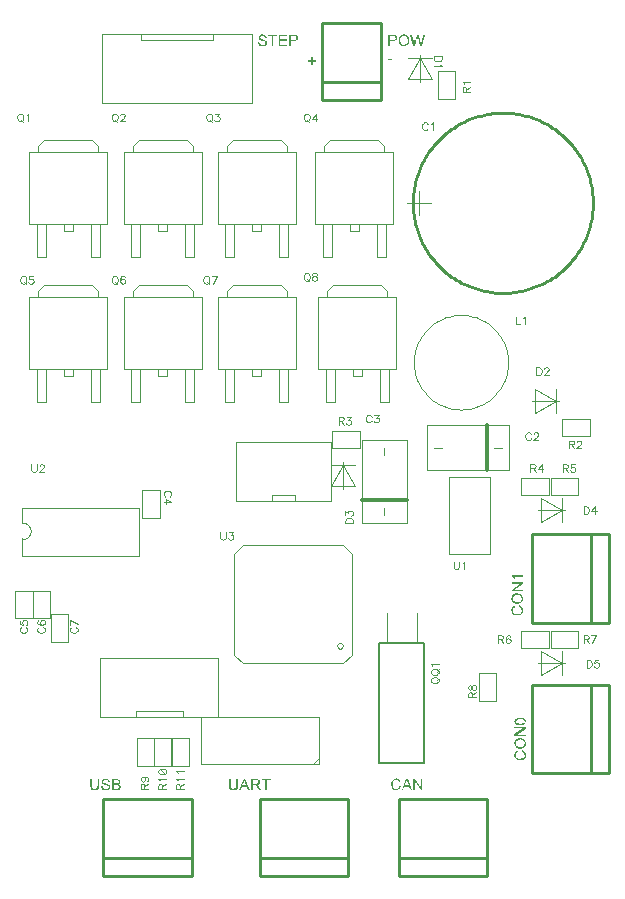
<source format=gts>
G04*
G04  File:            STEP_DIMA1A.GTS, Tue Jun 22 15:40:13 2021*
G04  Source:          P-CAD 2004 PCB, Version 18.04.615, (D:\proj\velograph\snail\pcb\step_dima1a.pcb)*
G04  Format:          Gerber Format (RS-274-D), ASCII*
G04*
G04  Format Options:  Absolute Positioning*
G04                   Leading-Zero Suppression*
G04                   Scale Factor 1:1*
G04                   NO Circular Interpolation*
G04                   Millimeter Units*
G04                   Numeric Format: 5.3 (XXXXX.XXX)*
G04                   G54 NOT Used for Aperture Change*
G04                   Apertures Embedded*
G04*
G04  File Options:    Offset = (0.000mm,0.000mm)*
G04                   Drill Symbol Size = 0.000mm*
G04                   No Pad/Via Holes*
G04*
G04  File Contents:   No Pads*
G04                   No Vias*
G04                   Designators*
G04                   No Types*
G04                   No Values*
G04                   No Drill Symbols*
G04                   Top Silk*
G04*
%INSTEP_DIMA1A.GTS*%
%ICAS*%
%MOMM*%
G04*
G04  Aperture MACROs for general use --- invoked via D-code assignment *
G04*
G04  General MACRO for flashed round with rotation and/or offset hole *
%AMROTOFFROUND*
1,1,$1,0.0000,0.0000*
1,0,$2,$3,$4*%
G04*
G04  General MACRO for flashed oval (obround) with rotation and/or offset hole *
%AMROTOFFOVAL*
21,1,$1,$2,0.0000,0.0000,$3*
1,1,$4,$5,$6*
1,1,$4,0-$5,0-$6*
1,0,$7,$8,$9*%
G04*
G04  General MACRO for flashed oval (obround) with rotation and no hole *
%AMROTOVALNOHOLE*
21,1,$1,$2,0.0000,0.0000,$3*
1,1,$4,$5,$6*
1,1,$4,0-$5,0-$6*%
G04*
G04  General MACRO for flashed rectangle with rotation and/or offset hole *
%AMROTOFFRECT*
21,1,$1,$2,0.0000,0.0000,$3*
1,0,$4,$5,$6*%
G04*
G04  General MACRO for flashed rectangle with rotation and no hole *
%AMROTRECTNOHOLE*
21,1,$1,$2,0.0000,0.0000,$3*%
G04*
G04  General MACRO for flashed rounded-rectangle *
%AMROUNDRECT*
21,1,$1,$2-$4,0.0000,0.0000,$3*
21,1,$1-$4,$2,0.0000,0.0000,$3*
1,1,$4,$5,$6*
1,1,$4,$7,$8*
1,1,$4,0-$5,0-$6*
1,1,$4,0-$7,0-$8*
1,0,$9,$10,$11*%
G04*
G04  General MACRO for flashed rounded-rectangle with rotation and no hole *
%AMROUNDRECTNOHOLE*
21,1,$1,$2-$4,0.0000,0.0000,$3*
21,1,$1-$4,$2,0.0000,0.0000,$3*
1,1,$4,$5,$6*
1,1,$4,$7,$8*
1,1,$4,0-$5,0-$6*
1,1,$4,0-$7,0-$8*%
G04*
G04  General MACRO for flashed regular polygon *
%AMREGPOLY*
5,1,$1,0.0000,0.0000,$2,$3+$4*
1,0,$5,$6,$7*%
G04*
G04  General MACRO for flashed regular polygon with no hole *
%AMREGPOLYNOHOLE*
5,1,$1,0.0000,0.0000,$2,$3+$4*%
G04*
G04  General MACRO for target *
%AMTARGET*
6,0,0,$1,$2,$3,4,$4,$5,$6*%
G04*
G04  General MACRO for mounting hole *
%AMMTHOLE*
1,1,$1,0,0*
1,0,$2,0,0*
$1=$1-$2*
$1=$1/2*
21,1,$2+$1,$3,0,0,$4*
21,1,$3,$2+$1,0,0,$4*%
G04*
G04*
G04  D10 : "Ellipse X0.254mm Y0.254mm H0.000mm 0.0deg (0.000mm,0.000mm) Draw"*
G04  Disc: OuterDia=0.2540*
%ADD10C, 0.2540*%
G04  D11 : "Ellipse X0.025mm Y0.025mm H0.000mm 0.0deg (0.000mm,0.000mm) Draw"*
G04  Disc: OuterDia=0.0254*
%ADD11C, 0.0254*%
G04  D12 : "Ellipse X0.300mm Y0.300mm H0.000mm 0.0deg (0.000mm,0.000mm) Draw"*
G04  Disc: OuterDia=0.3000*
%ADD12C, 0.3000*%
G04  D13 : "Ellipse X0.305mm Y0.305mm H0.000mm 0.0deg (0.000mm,0.000mm) Draw"*
G04  Disc: OuterDia=0.3048*
%ADD13C, 0.3048*%
G04  D14 : "Ellipse X0.310mm Y0.310mm H0.000mm 0.0deg (0.000mm,0.000mm) Draw"*
G04  Disc: OuterDia=0.3100*
%ADD14C, 0.3100*%
G04  D15 : "Ellipse X0.350mm Y0.350mm H0.000mm 0.0deg (0.000mm,0.000mm) Draw"*
G04  Disc: OuterDia=0.3500*
%ADD15C, 0.3500*%
G04  D16 : "Ellipse X0.381mm Y0.381mm H0.000mm 0.0deg (0.000mm,0.000mm) Draw"*
G04  Disc: OuterDia=0.3810*
%ADD16C, 0.3810*%
G04  D17 : "Ellipse X0.500mm Y0.500mm H0.000mm 0.0deg (0.000mm,0.000mm) Draw"*
G04  Disc: OuterDia=0.5000*
%ADD17C, 0.5000*%
G04  D18 : "Ellipse X0.064mm Y0.064mm H0.000mm 0.0deg (0.000mm,0.000mm) Draw"*
G04  Disc: OuterDia=0.0635*
%ADD18C, 0.0635*%
G04  D19 : "Ellipse X0.635mm Y0.635mm H0.000mm 0.0deg (0.000mm,0.000mm) Draw"*
G04  Disc: OuterDia=0.6350*
%ADD19C, 0.6350*%
G04  D20 : "Ellipse X0.700mm Y0.700mm H0.000mm 0.0deg (0.000mm,0.000mm) Draw"*
G04  Disc: OuterDia=0.7000*
%ADD20C, 0.7000*%
G04  D21 : "Ellipse X0.076mm Y0.076mm H0.000mm 0.0deg (0.000mm,0.000mm) Draw"*
G04  Disc: OuterDia=0.0762*
%ADD21C, 0.0762*%
G04  D22 : "Ellipse X0.100mm Y0.100mm H0.000mm 0.0deg (0.000mm,0.000mm) Draw"*
G04  Disc: OuterDia=0.1000*
%ADD22C, 0.1000*%
G04  D23 : "Ellipse X1.000mm Y1.000mm H0.000mm 0.0deg (0.000mm,0.000mm) Draw"*
G04  Disc: OuterDia=1.0000*
%ADD23C, 1.0000*%
G04  D24 : "Ellipse X0.102mm Y0.102mm H0.000mm 0.0deg (0.000mm,0.000mm) Draw"*
G04  Disc: OuterDia=0.1016*
%ADD24C, 0.1016*%
G04  D25 : "Ellipse X0.127mm Y0.127mm H0.000mm 0.0deg (0.000mm,0.000mm) Draw"*
G04  Disc: OuterDia=0.1270*
%ADD25C, 0.1270*%
G04  D26 : "Ellipse X1.300mm Y1.300mm H0.000mm 0.0deg (0.000mm,0.000mm) Draw"*
G04  Disc: OuterDia=1.3000*
%ADD26C, 1.3000*%
G04  D27 : "Ellipse X1.500mm Y1.500mm H0.000mm 0.0deg (0.000mm,0.000mm) Draw"*
G04  Disc: OuterDia=1.5000*
%ADD27C, 1.5000*%
G04  D28 : "Ellipse X0.200mm Y0.200mm H0.000mm 0.0deg (0.000mm,0.000mm) Draw"*
G04  Disc: OuterDia=0.2000*
%ADD28C, 0.2000*%
G04  D29 : "Ellipse X2.000mm Y2.000mm H0.000mm 0.0deg (0.000mm,0.000mm) Draw"*
G04  Disc: OuterDia=2.0000*
%ADD29C, 2.0000*%
G04  D30 : "Ellipse X0.203mm Y0.203mm H0.000mm 0.0deg (0.000mm,0.000mm) Draw"*
G04  Disc: OuterDia=0.2032*
%ADD30C, 0.2032*%
G04  D31 : "Ellipse X0.250mm Y0.250mm H0.000mm 0.0deg (0.000mm,0.000mm) Draw"*
G04  Disc: OuterDia=0.2500*
%ADD31C, 0.2500*%
G04  D32 : "Ellipse X2.602mm Y2.602mm H0.000mm 0.0deg (0.000mm,0.000mm) Flash"*
G04  Disc: OuterDia=2.6020*
%ADD32C, 2.6020*%
G04  D33 : "Ellipse X3.602mm Y3.602mm H0.000mm 0.0deg (0.000mm,0.000mm) Flash"*
G04  Disc: OuterDia=3.6020*
%ADD33C, 3.6020*%
G04  D34 : "Ellipse X1.270mm Y1.270mm H0.000mm 0.0deg (0.000mm,0.000mm) Flash"*
G04  Disc: OuterDia=1.2700*
%ADD34C, 1.2700*%
G04  D35 : "Ellipse X1.372mm Y1.372mm H0.000mm 0.0deg (0.000mm,0.000mm) Flash"*
G04  Disc: OuterDia=1.3720*
%ADD35C, 1.3720*%
G04  D36 : "Ellipse X1.400mm Y1.400mm H0.000mm 0.0deg (0.000mm,0.000mm) Flash"*
G04  Disc: OuterDia=1.4000*
%ADD36C, 1.4000*%
G04  D37 : "Ellipse X1.502mm Y1.502mm H0.000mm 0.0deg (0.000mm,0.000mm) Flash"*
G04  Disc: OuterDia=1.5020*
%ADD37C, 1.5020*%
G04  D38 : "Ellipse X1.600mm Y1.600mm H0.000mm 0.0deg (0.000mm,0.000mm) Flash"*
G04  Disc: OuterDia=1.6000*
%ADD38C, 1.6000*%
G04  D39 : "Ellipse X1.702mm Y1.702mm H0.000mm 0.0deg (0.000mm,0.000mm) Flash"*
G04  Disc: OuterDia=1.7020*
%ADD39C, 1.7020*%
G04  D40 : "Ellipse X1.800mm Y1.800mm H0.000mm 0.0deg (0.000mm,0.000mm) Flash"*
G04  Disc: OuterDia=1.8000*
%ADD40C, 1.8000*%
G04  D41 : "Ellipse X1.902mm Y1.902mm H0.000mm 0.0deg (0.000mm,0.000mm) Flash"*
G04  Disc: OuterDia=1.9020*
%ADD41C, 1.9020*%
G04  D42 : "Ellipse X2.500mm Y2.500mm H0.000mm 0.0deg (0.000mm,0.000mm) Flash"*
G04  Disc: OuterDia=2.5000*
%ADD42C, 2.5000*%
G04  D43 : "Mounting Hole X3.500mm Y3.500mm H0.000mm 0.0deg (0.000mm,0.000mm) Flash"*
G04  Mounting Hole: Diameter=3.5000, Rotation=0.0, LineWidth=0.1270 *
%ADD43MTHOLE, 3.5000 X2.9920 X0.1270 X0.0*%
G04  D44 : "Rectangle X0.300mm Y1.500mm H0.000mm 0.0deg (0.000mm,0.000mm) Flash"*
G04  Rectangular: DimX=0.3000, DimY=1.5000, Rotation=0.0, OffsetX=0.0000, OffsetY=0.0000, HoleDia=0.0000 *
%ADD44R, 0.3000 X1.5000*%
G04  D45 : "Rectangle X1.500mm Y0.300mm H0.000mm 0.0deg (0.000mm,0.000mm) Flash"*
G04  Rectangular: DimX=1.5000, DimY=0.3000, Rotation=0.0, OffsetX=0.0000, OffsetY=0.0000, HoleDia=0.0000 *
%ADD45R, 1.5000 X0.3000*%
G04  D46 : "Rectangle X4.600mm Y2.800mm H0.000mm 0.0deg (0.000mm,0.000mm) Flash"*
G04  Rectangular: DimX=4.6000, DimY=2.8000, Rotation=0.0, OffsetX=0.0000, OffsetY=0.0000, HoleDia=0.0000 *
%ADD46R, 4.6000 X2.8000*%
G04  D47 : "Rectangle X4.700mm Y2.900mm H0.000mm 0.0deg (0.000mm,0.000mm) Flash"*
G04  Rectangular: DimX=4.7000, DimY=2.9000, Rotation=0.0, OffsetX=0.0000, OffsetY=0.0000, HoleDia=0.0000 *
%ADD47R, 4.7000 X2.9000*%
G04  D48 : "Rectangle X4.800mm Y3.000mm H0.000mm 0.0deg (0.000mm,0.000mm) Flash"*
G04  Rectangular: DimX=4.8000, DimY=3.0000, Rotation=0.0, OffsetX=0.0000, OffsetY=0.0000, HoleDia=0.0000 *
%ADD48R, 4.8000 X3.0000*%
G04  D49 : "Rectangle X7.500mm Y3.000mm H0.000mm 0.0deg (0.000mm,0.000mm) Flash"*
G04  Rectangular: DimX=7.5000, DimY=3.0000, Rotation=0.0, OffsetX=0.0000, OffsetY=0.0000, HoleDia=0.0000 *
%ADD49R, 7.5000 X3.0000*%
G04  D50 : "Rectangle X7.602mm Y3.102mm H0.000mm 0.0deg (0.000mm,0.000mm) Flash"*
G04  Rectangular: DimX=7.6020, DimY=3.1020, Rotation=0.0, OffsetX=0.0000, OffsetY=0.0000, HoleDia=0.0000 *
%ADD50R, 7.6020 X3.1020*%
G04  D51 : "Rectangle X1.400mm Y3.500mm H0.000mm 0.0deg (0.000mm,0.000mm) Flash"*
G04  Rectangular: DimX=1.4000, DimY=3.5000, Rotation=0.0, OffsetX=0.0000, OffsetY=0.0000, HoleDia=0.0000 *
%ADD51R, 1.4000 X3.5000*%
G04  D52 : "Rectangle X1.502mm Y3.602mm H0.000mm 0.0deg (0.000mm,0.000mm) Flash"*
G04  Rectangular: DimX=1.5020, DimY=3.6020, Rotation=0.0, OffsetX=0.0000, OffsetY=0.0000, HoleDia=0.0000 *
%ADD52R, 1.5020 X3.6020*%
G04  D53 : "Rectangle X0.402mm Y1.602mm H0.000mm 0.0deg (0.000mm,0.000mm) Flash"*
G04  Rectangular: DimX=0.4020, DimY=1.6020, Rotation=0.0, OffsetX=0.0000, OffsetY=0.0000, HoleDia=0.0000 *
%ADD53R, 0.4020 X1.6020*%
G04  D54 : "Rectangle X1.602mm Y0.402mm H0.000mm 0.0deg (0.000mm,0.000mm) Flash"*
G04  Rectangular: DimX=1.6020, DimY=0.4020, Rotation=0.0, OffsetX=0.0000, OffsetY=0.0000, HoleDia=0.0000 *
%ADD54R, 1.6020 X0.4020*%
G04  D55 : "Rectangle X5.080mm Y5.080mm H0.000mm 0.0deg (0.000mm,0.000mm) Flash"*
G04  Square: Side=5.0800, Rotation=0.0, OffsetX=0.0000, OffsetY=0.0000, HoleDia=0.0000*
%ADD55R, 5.0800 X5.0800*%
G04  D56 : "Rectangle X5.182mm Y5.182mm H0.000mm 0.0deg (0.000mm,0.000mm) Flash"*
G04  Square: Side=5.1820, Rotation=0.0, OffsetX=0.0000, OffsetY=0.0000, HoleDia=0.0000*
%ADD56R, 5.1820 X5.1820*%
G04  D57 : "Rectangle X0.600mm Y0.900mm H0.000mm 0.0deg (0.000mm,0.000mm) Flash"*
G04  Rectangular: DimX=0.6000, DimY=0.9000, Rotation=0.0, OffsetX=0.0000, OffsetY=0.0000, HoleDia=0.0000 *
%ADD57R, 0.6000 X0.9000*%
G04  D58 : "Rectangle X0.900mm Y0.600mm H0.000mm 0.0deg (0.000mm,0.000mm) Flash"*
G04  Rectangular: DimX=0.9000, DimY=0.6000, Rotation=0.0, OffsetX=0.0000, OffsetY=0.0000, HoleDia=0.0000 *
%ADD58R, 0.9000 X0.6000*%
G04  D59 : "Rectangle X0.650mm Y1.310mm H0.000mm 0.0deg (0.000mm,0.000mm) Flash"*
G04  Rectangular: DimX=0.6500, DimY=1.3100, Rotation=0.0, OffsetX=0.0000, OffsetY=0.0000, HoleDia=0.0000 *
%ADD59R, 0.6500 X1.3100*%
G04  D60 : "Rectangle X0.702mm Y1.002mm H0.000mm 0.0deg (0.000mm,0.000mm) Flash"*
G04  Rectangular: DimX=0.7020, DimY=1.0020, Rotation=0.0, OffsetX=0.0000, OffsetY=0.0000, HoleDia=0.0000 *
%ADD60R, 0.7020 X1.0020*%
G04  D61 : "Rectangle X1.002mm Y0.702mm H0.000mm 0.0deg (0.000mm,0.000mm) Flash"*
G04  Rectangular: DimX=1.0020, DimY=0.7020, Rotation=0.0, OffsetX=0.0000, OffsetY=0.0000, HoleDia=0.0000 *
%ADD61R, 1.0020 X0.7020*%
G04  D62 : "Rectangle X0.752mm Y1.412mm H0.000mm 0.0deg (0.000mm,0.000mm) Flash"*
G04  Rectangular: DimX=0.7520, DimY=1.4120, Rotation=0.0, OffsetX=0.0000, OffsetY=0.0000, HoleDia=0.0000 *
%ADD62R, 0.7520 X1.4120*%
G04  D63 : "Rectangle X1.220mm Y0.910mm H0.000mm 0.0deg (0.000mm,0.000mm) Flash"*
G04  Rectangular: DimX=1.2200, DimY=0.9100, Rotation=0.0, OffsetX=0.0000, OffsetY=0.0000, HoleDia=0.0000 *
%ADD63R, 1.2200 X0.9100*%
G04  D64 : "Rectangle X0.950mm Y1.100mm H0.000mm 0.0deg (0.000mm,0.000mm) Flash"*
G04  Rectangular: DimX=0.9500, DimY=1.1000, Rotation=0.0, OffsetX=0.0000, OffsetY=0.0000, HoleDia=0.0000 *
%ADD64R, 0.9500 X1.1000*%
G04  D65 : "Rectangle X1.322mm Y1.012mm H0.000mm 0.0deg (0.000mm,0.000mm) Flash"*
G04  Rectangular: DimX=1.3220, DimY=1.0120, Rotation=0.0, OffsetX=0.0000, OffsetY=0.0000, HoleDia=0.0000 *
%ADD65R, 1.3220 X1.0120*%
G04  D66 : "Rectangle X1.052mm Y1.202mm H0.000mm 0.0deg (0.000mm,0.000mm) Flash"*
G04  Rectangular: DimX=1.0520, DimY=1.2020, Rotation=0.0, OffsetX=0.0000, OffsetY=0.0000, HoleDia=0.0000 *
%ADD66R, 1.0520 X1.2020*%
G04  D67 : "Rectangle X1.600mm Y1.100mm H0.000mm 0.0deg (0.000mm,0.000mm) Flash"*
G04  Rectangular: DimX=1.6000, DimY=1.1000, Rotation=0.0, OffsetX=0.0000, OffsetY=0.0000, HoleDia=0.0000 *
%ADD67R, 1.6000 X1.1000*%
G04  D68 : "Rectangle X1.400mm Y1.200mm H0.000mm 0.0deg (0.000mm,0.000mm) Flash"*
G04  Rectangular: DimX=1.4000, DimY=1.2000, Rotation=0.0, OffsetX=0.0000, OffsetY=0.0000, HoleDia=0.0000 *
%ADD68R, 1.4000 X1.2000*%
G04  D69 : "Rectangle X1.702mm Y1.202mm H0.000mm 0.0deg (0.000mm,0.000mm) Flash"*
G04  Rectangular: DimX=1.7020, DimY=1.2020, Rotation=0.0, OffsetX=0.0000, OffsetY=0.0000, HoleDia=0.0000 *
%ADD69R, 1.7020 X1.2020*%
G04  D70 : "Rectangle X1.502mm Y1.302mm H0.000mm 0.0deg (0.000mm,0.000mm) Flash"*
G04  Rectangular: DimX=1.5020, DimY=1.3020, Rotation=0.0, OffsetX=0.0000, OffsetY=0.0000, HoleDia=0.0000 *
%ADD70R, 1.5020 X1.3020*%
G04  D71 : "Rectangle X1.500mm Y1.800mm H0.000mm 0.0deg (0.000mm,0.000mm) Flash"*
G04  Rectangular: DimX=1.5000, DimY=1.8000, Rotation=0.0, OffsetX=0.0000, OffsetY=0.0000, HoleDia=0.0000 *
%ADD71R, 1.5000 X1.8000*%
G04  D72 : "Rectangle X1.800mm Y1.500mm H0.000mm 0.0deg (0.000mm,0.000mm) Flash"*
G04  Rectangular: DimX=1.8000, DimY=1.5000, Rotation=0.0, OffsetX=0.0000, OffsetY=0.0000, HoleDia=0.0000 *
%ADD72R, 1.8000 X1.5000*%
G04  D73 : "Rectangle X1.600mm Y1.350mm H0.000mm 0.0deg (0.000mm,0.000mm) Flash"*
G04  Rectangular: DimX=1.6000, DimY=1.3500, Rotation=0.0, OffsetX=0.0000, OffsetY=0.0000, HoleDia=0.0000 *
%ADD73R, 1.6000 X1.3500*%
G04  D74 : "Rectangle X1.602mm Y1.902mm H0.000mm 0.0deg (0.000mm,0.000mm) Flash"*
G04  Rectangular: DimX=1.6020, DimY=1.9020, Rotation=0.0, OffsetX=0.0000, OffsetY=0.0000, HoleDia=0.0000 *
%ADD74R, 1.6020 X1.9020*%
G04  D75 : "Rectangle X1.902mm Y1.602mm H0.000mm 0.0deg (0.000mm,0.000mm) Flash"*
G04  Rectangular: DimX=1.9020, DimY=1.6020, Rotation=0.0, OffsetX=0.0000, OffsetY=0.0000, HoleDia=0.0000 *
%ADD75R, 1.9020 X1.6020*%
G04  D76 : "Rectangle X1.702mm Y1.452mm H0.000mm 0.0deg (0.000mm,0.000mm) Flash"*
G04  Rectangular: DimX=1.7020, DimY=1.4520, Rotation=0.0, OffsetX=0.0000, OffsetY=0.0000, HoleDia=0.0000 *
%ADD76R, 1.7020 X1.4520*%
G04  D77 : "Rectangle X1.778mm Y3.175mm H0.000mm 0.0deg (0.000mm,0.000mm) Flash"*
G04  Rectangular: DimX=1.7780, DimY=3.1750, Rotation=0.0, OffsetX=0.0000, OffsetY=0.0000, HoleDia=0.0000 *
%ADD77R, 1.7780 X3.1750*%
G04  D78 : "Rectangle X1.800mm Y1.800mm H0.000mm 0.0deg (0.000mm,0.000mm) Flash"*
G04  Square: Side=1.8000, Rotation=0.0, OffsetX=0.0000, OffsetY=0.0000, HoleDia=0.0000*
%ADD78R, 1.8000 X1.8000*%
G04  D79 : "Rectangle X1.880mm Y3.277mm H0.000mm 0.0deg (0.000mm,0.000mm) Flash"*
G04  Rectangular: DimX=1.8800, DimY=3.2770, Rotation=0.0, OffsetX=0.0000, OffsetY=0.0000, HoleDia=0.0000 *
%ADD79R, 1.8800 X3.2770*%
G04  D80 : "Rectangle X0.200mm Y1.900mm H0.000mm 0.0deg (0.000mm,0.000mm) Flash"*
G04  Rectangular: DimX=0.2000, DimY=1.9000, Rotation=0.0, OffsetX=0.0000, OffsetY=0.0000, HoleDia=0.0000 *
%ADD80R, 0.2000 X1.9000*%
G04  D81 : "Rectangle X1.902mm Y1.902mm H0.000mm 0.0deg (0.000mm,0.000mm) Flash"*
G04  Square: Side=1.9020, Rotation=0.0, OffsetX=0.0000, OffsetY=0.0000, HoleDia=0.0000*
%ADD81R, 1.9020 X1.9020*%
G04  D82 : "Rectangle X0.300mm Y2.000mm H0.000mm 0.0deg (0.000mm,0.000mm) Flash"*
G04  Rectangular: DimX=0.3000, DimY=2.0000, Rotation=0.0, OffsetX=0.0000, OffsetY=0.0000, HoleDia=0.0000 *
%ADD82R, 0.3000 X2.0000*%
G04  D83 : "Rectangle X2.000mm Y4.000mm H0.000mm 0.0deg (0.000mm,0.000mm) Flash"*
G04  Rectangular: DimX=2.0000, DimY=4.0000, Rotation=0.0, OffsetX=0.0000, OffsetY=0.0000, HoleDia=0.0000 *
%ADD83R, 2.0000 X4.0000*%
G04  D84 : "Rectangle X4.000mm Y2.000mm H0.000mm 0.0deg (0.000mm,0.000mm) Flash"*
G04  Rectangular: DimX=4.0000, DimY=2.0000, Rotation=0.0, OffsetX=0.0000, OffsetY=0.0000, HoleDia=0.0000 *
%ADD84R, 4.0000 X2.0000*%
G04  D85 : "Rectangle X0.400mm Y2.100mm H0.000mm 0.0deg (0.000mm,0.000mm) Flash"*
G04  Rectangular: DimX=0.4000, DimY=2.1000, Rotation=0.0, OffsetX=0.0000, OffsetY=0.0000, HoleDia=0.0000 *
%ADD85R, 0.4000 X2.1000*%
G04  D86 : "Rectangle X2.102mm Y4.102mm H0.000mm 0.0deg (0.000mm,0.000mm) Flash"*
G04  Rectangular: DimX=2.1020, DimY=4.1020, Rotation=0.0, OffsetX=0.0000, OffsetY=0.0000, HoleDia=0.0000 *
%ADD86R, 2.1020 X4.1020*%
G04  D87 : "Rectangle X4.102mm Y2.102mm H0.000mm 0.0deg (0.000mm,0.000mm) Flash"*
G04  Rectangular: DimX=4.1020, DimY=2.1020, Rotation=0.0, OffsetX=0.0000, OffsetY=0.0000, HoleDia=0.0000 *
%ADD87R, 4.1020 X2.1020*%
G04  D88 : "Ellipse X0.600mm Y0.600mm H0.000mm 0.0deg (0.000mm,0.000mm) Flash"*
G04  Disc: OuterDia=0.6000*
%ADD88C, 0.6000*%
G04  D89 : "Ellipse X0.702mm Y0.702mm H0.000mm 0.0deg (0.000mm,0.000mm) Flash"*
G04  Disc: OuterDia=0.7020*
%ADD89C, 0.7020*%
G04*
%FSLAX53Y53*%
%SFA1B1*%
%OFA0.000B0.000*%
G04*
G71*
G90*
G01*
D2*
%LNTop Silk*%
D10*
D22*
X384475Y385325*
X383025D1*
Y387675D2*
X384475D1*
Y385325*
X383025D2*
Y387675D1*
X384781Y386562D2*
X384718Y386531D1*
X384656Y386468*
X384625Y386406*
Y386281*
X384656Y386218*
X384718Y386156*
X384781Y386125*
X384875Y386093*
X385031*
X385125Y386125*
X385187Y386156*
X385250Y386218*
X385281Y386281*
Y386406*
X385250Y386468*
X385187Y386531*
X385125Y386562*
X385281Y386875D2*
X384625Y387187D1*
Y386750*
D2*
D25*
D22*
X417225Y431325*
X415775D1*
Y433675D2*
X417225D1*
Y431325*
X415775D2*
Y433675D1*
X418187Y431875D2*
Y432156D1*
X418156Y432250*
X418125Y432281*
X418062Y432312*
X418000*
X417937Y432281*
X417906Y432250*
X417875Y432156*
Y431875*
X418531*
X418187Y432093D2*
X418531Y432312D1*
X418000Y432593D2*
X417968Y432656D1*
X417875Y432750*
X418531*
X422825Y384775D2*
Y386225D1*
X425175D2*
Y384775D1*
X422825*
Y386225D2*
X425175D1*
X420875Y385562D2*
X421156D1*
X421250Y385593*
X421281Y385625*
X421312Y385687*
Y385750*
X421281Y385812*
X421250Y385843*
X421156Y385875*
X420875*
Y385218*
X421093Y385562D2*
X421312Y385218D1*
X421906Y385781D2*
X421875Y385843D1*
X421781Y385875*
X421718*
X421625Y385843*
X421562Y385750*
X421531Y385593*
Y385437*
X421562Y385312*
X421625Y385250*
X421718Y385218*
X421750*
X421843Y385250*
X421906Y385312*
X421937Y385406*
Y385437*
X421906Y385531*
X421843Y385593*
X421750Y385625*
X421718*
X421625Y385593*
X421562Y385531*
X421531Y385437*
X425175Y399225D2*
Y397775D1*
X422825D2*
Y399225D1*
X425175*
Y397775D2*
X422825D1*
X423625Y400062D2*
X423906D1*
X424000Y400093*
X424031Y400125*
X424062Y400187*
Y400250*
X424031Y400312*
X424000Y400343*
X423906Y400375*
X423625*
Y399718*
X423843Y400062D2*
X424062Y399718D1*
X424562D2*
Y400375D1*
X424250Y399937*
X424718*
X390775Y398175D2*
X392225D1*
Y395825D2*
X390775D1*
Y398175*
X392225D2*
Y395825D1*
X393068Y397637D2*
X393131Y397668D1*
X393193Y397731*
X393225Y397793*
Y397918*
X393193Y397981*
X393131Y398043*
X393068Y398075*
X392975Y398106*
X392818*
X392725Y398075*
X392662Y398043*
X392600Y397981*
X392568Y397918*
Y397793*
X392600Y397731*
X392662Y397668*
X392725Y397637*
X392568Y397137D2*
X393225D1*
X392787Y397450*
Y396981*
X391725Y374825D2*
X390275D1*
Y377175D2*
X391725D1*
Y374825*
X390275D2*
Y377175D1*
X390937Y372875D2*
Y373156D1*
X390906Y373250*
X390875Y373281*
X390812Y373312*
X390750*
X390687Y373281*
X390656Y373250*
X390625Y373156*
Y372875*
X391281*
X390937Y373093D2*
X391281Y373312D1*
X390843Y373906D2*
X390937Y373875D1*
X391000Y373812*
X391031Y373718*
Y373687*
X391000Y373593*
X390937Y373531*
X390843Y373500*
X390812*
X390718Y373531*
X390656Y373593*
X390625Y373687*
Y373718*
X390656Y373812*
X390718Y373875*
X390843Y373906*
X391000*
X391156Y373875*
X391250Y373812*
X391281Y373718*
Y373656*
X391250Y373562*
X391187Y373531*
X393225Y374825D2*
X391775D1*
Y377175D2*
X393225D1*
Y374825*
X391775D2*
Y377175D1*
X392437Y372875D2*
Y373156D1*
X392406Y373250*
X392375Y373281*
X392312Y373312*
X392250*
X392187Y373281*
X392156Y373250*
X392125Y373156*
Y372875*
X392781*
X392437Y373093D2*
X392781Y373312D1*
X392250Y373593D2*
X392218Y373656D1*
X392125Y373750*
X392781*
X392125Y374312D2*
X392156Y374218D1*
X392250Y374156*
X392406Y374125*
X392500*
X392656Y374156*
X392750Y374218*
X392781Y374312*
Y374375*
X392750Y374468*
X392656Y374531*
X392500Y374562*
X392406*
X392250Y374531*
X392156Y374468*
X392125Y374375*
Y374312*
X392250Y374531D2*
X392656Y374156D1*
X394725Y374825D2*
X393275D1*
Y377175D2*
X394725D1*
Y374825*
X393275D2*
Y377175D1*
X393937Y372875D2*
Y373156D1*
X393906Y373250*
X393875Y373281*
X393812Y373312*
X393750*
X393687Y373281*
X393656Y373250*
X393625Y373156*
Y372875*
X394281*
X393937Y373093D2*
X394281Y373312D1*
X393750Y373593D2*
X393718Y373656D1*
X393625Y373750*
X394281*
X393750Y374218D2*
X393718Y374281D1*
X393625Y374375*
X394281*
D2*
D25*
D22*
X409175Y403225*
Y401775D1*
X406825D2*
Y403225D1*
X409175*
Y401775D2*
X406825D1*
X407375Y404062D2*
X407656D1*
X407750Y404093*
X407781Y404125*
X407812Y404187*
Y404250*
X407781Y404312*
X407750Y404343*
X407656Y404375*
X407375*
Y403718*
X407593Y404062D2*
X407812Y403718D1*
X408062Y404375D2*
X408406D1*
X408218Y404125*
X408312*
X408375Y404093*
X408406Y404062*
X408437Y403968*
Y403906*
X408406Y403812*
X408343Y403750*
X408250Y403718*
X408156*
X408062Y403750*
X408031Y403781*
X408000Y403843*
D2*
D10*
X410960Y437750*
Y431250D1*
X405960Y437750D2*
Y431250D1*
X410960Y437750D2*
X405960D1*
X410960Y431250D2*
X405960D1*
X410960Y432750D2*
X405960D1*
D2*
D22*
X415266Y434766*
X413234D1*
X415266Y432988D2*
X413234D1*
X414250Y434766*
X415266Y432988*
X414250Y435020D2*
Y432734D1*
X416122Y434924D2*
X415466D1*
Y434706*
X415497Y434612*
X415560Y434549*
X415622Y434518*
X415716Y434487*
X415872*
X415966Y434518*
X416028Y434549*
X416091Y434612*
X416122Y434706*
Y434924*
X415997Y434206D2*
X416028Y434143D1*
X416122Y434049*
X415466*
X408766Y400266D2*
X406734D1*
X408766Y398488D2*
X406734D1*
X407750Y400266*
X408766Y398488*
X407750Y400520D2*
Y398234D1*
X407937Y395375D2*
X408593D1*
Y395593*
X408562Y395687*
X408500Y395750*
X408437Y395781*
X408343Y395812*
X408187*
X408093Y395781*
X408031Y395750*
X407968Y395687*
X407937Y395593*
Y395375*
Y396062D2*
Y396406D1*
X408187Y396218*
Y396312*
X408218Y396375*
X408250Y396406*
X408343Y396437*
X408406*
X408500Y396406*
X408562Y396343*
X408593Y396250*
Y396156*
X408562Y396062*
X408531Y396031*
X408468Y396000*
X426266Y382484D2*
Y384516D1*
X424488Y382484D2*
Y384516D1*
X426266Y383500*
X424488Y382484*
X426520Y383500D2*
X424234D1*
X428375Y383812D2*
Y383156D1*
X428593*
X428687Y383187*
X428750Y383250*
X428781Y383312*
X428812Y383406*
Y383562*
X428781Y383656*
X428750Y383718*
X428687Y383781*
X428593Y383812*
X428375*
X429375D2*
X429062D1*
X429031Y383531*
X429062Y383562*
X429156Y383593*
X429250*
X429343Y383562*
X429406Y383500*
X429437Y383406*
Y383343*
X429406Y383250*
X429343Y383187*
X429250Y383156*
X429156*
X429062Y383187*
X429031Y383218*
X429000Y383281*
X425325Y384775D2*
Y386225D1*
X427675D2*
Y384775D1*
X425325*
Y386225D2*
X427675D1*
X428125Y385562D2*
X428406D1*
X428500Y385593*
X428531Y385625*
X428562Y385687*
Y385750*
X428531Y385812*
X428500Y385843*
X428406Y385875*
X428125*
Y385218*
X428343Y385562D2*
X428562Y385218D1*
X428875D2*
X429187Y385875D1*
X428750*
X425325Y397775D2*
Y399225D1*
X427675D2*
Y397775D1*
X425325*
Y399225D2*
X427675D1*
X426375Y400062D2*
X426656D1*
X426750Y400093*
X426781Y400125*
X426812Y400187*
Y400250*
X426781Y400312*
X426750Y400343*
X426656Y400375*
X426375*
Y399718*
X426593Y400062D2*
X426812Y399718D1*
X427375Y400375D2*
X427062D1*
X427031Y400093*
X427062Y400125*
X427156Y400156*
X427250*
X427343Y400125*
X427406Y400062*
X427437Y399968*
Y399906*
X427406Y399812*
X427343Y399750*
X427250Y399718*
X427156*
X427062Y399750*
X427031Y399781*
X427000Y399843*
D2*
D24*
X415500Y401750*
X416135D1*
D2*
D21*
X414865Y403655*
Y399845D1*
D2*
D13*
X419945Y403655*
Y399845D1*
D2*
D24*
X420580Y401750*
X421215D1*
D2*
D21*
X421850Y399845*
Y403655D1*
X414865Y399845D2*
X421850D1*
Y403655D2*
X414865D1*
D2*
D22*
X423671Y402906*
X423640Y402968D1*
X423578Y403031*
X423515Y403062*
X423390*
X423328Y403031*
X423265Y402968*
X423234Y402906*
X423203Y402812*
Y402656*
X423234Y402562*
X423265Y402500*
X423328Y402437*
X423390Y402406*
X423515*
X423578Y402437*
X423640Y402500*
X423671Y402562*
X423890Y402906D2*
Y402937D1*
X423921Y403000*
X423953Y403031*
X424015Y403062*
X424140*
X424203Y403031*
X424234Y403000*
X424265Y402937*
Y402875*
X424234Y402812*
X424171Y402718*
X423859Y402406*
X424296*
X425766Y404734D2*
Y406766D1*
X423988Y404734D2*
Y406766D1*
X425766Y405750*
X423988Y404734*
X426020Y405750D2*
X423734D1*
X424125Y408562D2*
Y407906D1*
X424343*
X424437Y407937*
X424500Y408000*
X424531Y408062*
X424562Y408156*
Y408312*
X424531Y408406*
X424500Y408468*
X424437Y408531*
X424343Y408562*
X424125*
X424781Y408406D2*
Y408437D1*
X424812Y408500*
X424843Y408531*
X424906Y408562*
X425031*
X425093Y408531*
X425125Y408500*
X425156Y408437*
Y408375*
X425125Y408312*
X425062Y408218*
X424750Y407906*
X425187*
X381475Y387325D2*
X380025D1*
Y389675D2*
X381475D1*
Y387325*
X380025D2*
Y389675D1*
X380531Y386562D2*
X380468Y386531D1*
X380406Y386468*
X380375Y386406*
Y386281*
X380406Y386218*
X380468Y386156*
X380531Y386125*
X380625Y386093*
X380781*
X380875Y386125*
X380937Y386156*
X381000Y386218*
X381031Y386281*
Y386406*
X381000Y386468*
X380937Y386531*
X380875Y386562*
X380375Y387125D2*
Y386812D1*
X380656Y386781*
X380625Y386812*
X380593Y386906*
Y387000*
X380625Y387093*
X380687Y387156*
X380781Y387187*
X380843*
X380937Y387156*
X381000Y387093*
X381031Y387000*
Y386906*
X381000Y386812*
X380968Y386781*
X380906Y386750*
X382975Y387325D2*
X381525D1*
Y389675D2*
X382975D1*
Y387325*
X381525D2*
Y389675D1*
X382031Y386562D2*
X381968Y386531D1*
X381906Y386468*
X381875Y386406*
Y386281*
X381906Y386218*
X381968Y386156*
X382031Y386125*
X382125Y386093*
X382281*
X382375Y386125*
X382437Y386156*
X382500Y386218*
X382531Y386281*
Y386406*
X382500Y386468*
X382437Y386531*
X382375Y386562*
X381968Y387156D2*
X381906Y387125D1*
X381875Y387031*
Y386968*
X381906Y386875*
X382000Y386812*
X382156Y386781*
X382312*
X382437Y386812*
X382500Y386875*
X382531Y386968*
Y387000*
X382500Y387093*
X382437Y387156*
X382343Y387187*
X382312*
X382218Y387156*
X382156Y387093*
X382125Y387000*
Y386968*
X382156Y386875*
X382218Y386812*
X382312Y386781*
X390210Y379000D2*
Y379500D1*
X394210D2*
Y379000D1*
X387210Y384000D2*
Y379000D1*
X397210D2*
Y384000D1*
X390210Y379500D2*
X394210D1*
X387210Y379000D2*
X397210D1*
Y384000D2*
X387210D1*
D2*
D11*
X384092Y420081*
Y420716D1*
X382568D2*
Y417922D1*
X381806*
Y420716*
X381933Y426812D2*
Y427320D1*
X382441Y427828*
X384854Y420716D2*
Y420081D1*
X387140Y420716D2*
Y417922D1*
X386378*
Y420716*
X386505Y427828D2*
X387013Y427320D1*
Y426812*
X381171D2*
Y420716D1*
X387775D2*
Y426812D1*
X384854Y420081D2*
X384092D1*
X381171Y420716D2*
X387775D1*
X382441Y427828D2*
X386505D1*
X387775Y426812D2*
X381171D1*
D2*
D22*
X380375Y430062*
X380312Y430031D1*
X380250Y429968*
X380218Y429906*
X380187Y429812*
Y429656*
X380218Y429562*
X380250Y429500*
X380312Y429437*
X380375Y429406*
X380500*
X380562Y429437*
X380625Y429500*
X380656Y429562*
X380687Y429656*
Y429812*
X380656Y429906*
X380625Y429968*
X380562Y430031*
X380500Y430062*
X380375*
X380468Y429531D2*
X380656Y429343D1*
X380968Y429937D2*
X381031Y429968D1*
X381125Y430062*
Y429406*
D2*
D11*
X392092Y420081*
Y420716D1*
X390568D2*
Y417922D1*
X389806*
Y420716*
X389933Y426812D2*
Y427320D1*
X390441Y427828*
X392854Y420716D2*
Y420081D1*
X395140Y420716D2*
Y417922D1*
X394378*
Y420716*
X394505Y427828D2*
X395013Y427320D1*
Y426812*
X389171D2*
Y420716D1*
X395775D2*
Y426812D1*
X392854Y420081D2*
X392092D1*
X389171Y420716D2*
X395775D1*
X390441Y427828D2*
X394505D1*
X395775Y426812D2*
X389171D1*
D2*
D22*
X388375Y430062*
X388312Y430031D1*
X388250Y429968*
X388218Y429906*
X388187Y429812*
Y429656*
X388218Y429562*
X388250Y429500*
X388312Y429437*
X388375Y429406*
X388500*
X388562Y429437*
X388625Y429500*
X388656Y429562*
X388687Y429656*
Y429812*
X388656Y429906*
X388625Y429968*
X388562Y430031*
X388500Y430062*
X388375*
X388468Y429531D2*
X388656Y429343D1*
X388906Y429906D2*
Y429937D1*
X388937Y430000*
X388968Y430031*
X389031Y430062*
X389156*
X389218Y430031*
X389250Y430000*
X389281Y429937*
Y429875*
X389250Y429812*
X389187Y429718*
X388875Y429406*
X389312*
D2*
D11*
X384092Y407831*
Y408466D1*
X382568D2*
Y405672D1*
X381806*
Y408466*
X381933Y414562D2*
Y415070D1*
X382441Y415578*
X384854Y408466D2*
Y407831D1*
X387140Y408466D2*
Y405672D1*
X386378*
Y408466*
X386505Y415578D2*
X387013Y415070D1*
Y414562*
X381171D2*
Y408466D1*
X387775D2*
Y414562D1*
X384854Y407831D2*
X384092D1*
X381171Y408466D2*
X387775D1*
X382441Y415578D2*
X386505D1*
X387775Y414562D2*
X381171D1*
D2*
D22*
X380625Y416312*
X380562Y416281D1*
X380500Y416218*
X380468Y416156*
X380437Y416062*
Y415906*
X380468Y415812*
X380500Y415750*
X380562Y415687*
X380625Y415656*
X380750*
X380812Y415687*
X380875Y415750*
X380906Y415812*
X380937Y415906*
Y416062*
X380906Y416156*
X380875Y416218*
X380812Y416281*
X380750Y416312*
X380625*
X380718Y415781D2*
X380906Y415593D1*
X381500Y416312D2*
X381187D1*
X381156Y416031*
X381187Y416062*
X381281Y416093*
X381375*
X381468Y416062*
X381531Y416000*
X381562Y415906*
Y415843*
X381531Y415750*
X381468Y415687*
X381375Y415656*
X381281*
X381187Y415687*
X381156Y415718*
X381125Y415781*
D2*
D11*
X392092Y407831*
Y408466D1*
X390568D2*
Y405672D1*
X389806*
Y408466*
X389933Y414562D2*
Y415070D1*
X390441Y415578*
X392854Y408466D2*
Y407831D1*
X395140Y408466D2*
Y405672D1*
X394378*
Y408466*
X394505Y415578D2*
X395013Y415070D1*
Y414562*
X389171D2*
Y408466D1*
X395775D2*
Y414562D1*
X392854Y407831D2*
X392092D1*
X389171Y408466D2*
X395775D1*
X390441Y415578D2*
X394505D1*
X395775Y414562D2*
X389171D1*
D2*
D22*
X388375Y416312*
X388312Y416281D1*
X388250Y416218*
X388218Y416156*
X388187Y416062*
Y415906*
X388218Y415812*
X388250Y415750*
X388312Y415687*
X388375Y415656*
X388500*
X388562Y415687*
X388625Y415750*
X388656Y415812*
X388687Y415906*
Y416062*
X388656Y416156*
X388625Y416218*
X388562Y416281*
X388500Y416312*
X388375*
X388468Y415781D2*
X388656Y415593D1*
X389281Y416218D2*
X389250Y416281D1*
X389156Y416312*
X389093*
X389000Y416281*
X388937Y416187*
X388906Y416031*
Y415875*
X388937Y415750*
X389000Y415687*
X389093Y415656*
X389125*
X389218Y415687*
X389281Y415750*
X389312Y415843*
Y415875*
X389281Y415968*
X389218Y416031*
X389125Y416062*
X389093*
X389000Y416031*
X388937Y415968*
X388906Y415875*
X426266Y395484D2*
Y397516D1*
X424488Y395484D2*
Y397516D1*
X426266Y396500*
X424488Y395484*
X426520Y396500D2*
X424234D1*
X428125Y396812D2*
Y396156D1*
X428343*
X428437Y396187*
X428500Y396250*
X428531Y396312*
X428562Y396406*
Y396562*
X428531Y396656*
X428500Y396718*
X428437Y396781*
X428343Y396812*
X428125*
X429062Y396156D2*
Y396812D1*
X428750Y396375*
X429218*
D2*
D30*
X412730Y385210*
X410825D1*
Y375050*
X414635*
Y385210*
X412730*
D2*
D24*
X414000Y387750*
Y385210D1*
X411460Y387750D2*
Y385210D1*
D2*
D22*
X415187Y382031*
X415218Y381968D1*
X415281Y381906*
X415343Y381875*
X415437Y381843*
X415593*
X415687Y381875*
X415750Y381906*
X415812Y381968*
X415843Y382031*
Y382156*
X415812Y382218*
X415750Y382281*
X415687Y382312*
X415593Y382343*
X415437*
X415343Y382312*
X415281Y382281*
X415218Y382218*
X415187Y382156*
Y382031*
X415718Y382125D2*
X415906Y382312D1*
X415187Y382718D2*
X415218Y382656D1*
X415281Y382593*
X415343Y382562*
X415437Y382531*
X415593*
X415687Y382562*
X415750Y382593*
X415812Y382656*
X415843Y382718*
Y382843*
X415812Y382906*
X415750Y382968*
X415687Y383000*
X415593Y383031*
X415437*
X415343Y383000*
X415281Y382968*
X415218Y382906*
X415187Y382843*
Y382718*
X415718Y382812D2*
X415906Y383000D1*
X415312Y383312D2*
X415281Y383375D1*
X415187Y383468*
X415843*
X419275Y382675D2*
X420725D1*
Y380325D2*
X419275D1*
Y382675*
X420725D2*
Y380325D1*
X418687Y380625D2*
Y380906D1*
X418656Y381000*
X418625Y381031*
X418562Y381062*
X418500*
X418437Y381031*
X418406Y381000*
X418375Y380906*
Y380625*
X419031*
X418687Y380843D2*
X419031Y381062D1*
X418375Y381406D2*
X418406Y381312D1*
X418468Y381281*
X418531*
X418593Y381312*
X418625Y381375*
X418656Y381500*
X418687Y381593*
X418750Y381656*
X418812Y381687*
X418906*
X418968Y381656*
X419000Y381625*
X419031Y381531*
Y381406*
X419000Y381312*
X418968Y381281*
X418906Y381250*
X418812*
X418750Y381281*
X418687Y381343*
X418656Y381437*
X418625Y381562*
X418593Y381625*
X418531Y381656*
X418468*
X418406Y381625*
X418375Y381531*
Y381406*
X416700Y392750D2*
X420200D1*
Y399250D2*
X416700D1*
X420200Y392750D2*
Y399250D1*
X416700D2*
Y392750D1*
X417125Y392125D2*
Y391656D1*
X417156Y391562*
X417218Y391500*
X417312Y391468*
X417375*
X417468Y391500*
X417531Y391562*
X417562Y391656*
Y392125*
X417875Y392000D2*
X417937Y392031D1*
X418031Y392125*
Y391468*
D2*
D10*
X423750Y394460*
X430250D1*
X423750Y386960D2*
X430250D1*
X423750Y394460D2*
Y386960D1*
X430250Y394460D2*
Y386960D1*
X428750Y394460D2*
Y386960D1*
X423750Y381710D2*
X430250D1*
X423750Y374210D2*
X430250D1*
X423750Y381710D2*
Y374210D1*
X430250Y381710D2*
Y374210D1*
X428750Y381710D2*
Y374210D1*
D2*
D22*
X417750Y405000*
X418001Y405007D1*
X418251Y405031*
X418499Y405070*
X418744Y405125*
X418986Y405195*
X419222Y405280*
X419453Y405380*
X419677Y405494*
X419893Y405622*
X420101Y405763*
X420299Y405917*
X420488Y406084*
X420665Y406261*
X420832Y406450*
X420986Y406648*
X421127Y406856*
X421255Y407072*
X421369Y407296*
X421469Y407527*
X421554Y407763*
X421624Y408005*
X421679Y408250*
X421718Y408498*
X421742Y408748*
X421750Y409000*
X421742Y409251*
X421718Y409501*
X421679Y409749*
X421624Y409994*
X421554Y410236*
X421469Y410472*
X421369Y410703*
X421255Y410927*
X421127Y411143*
X420986Y411351*
X420832Y411549*
X420665Y411738*
X420488Y411915*
X420299Y412082*
X420101Y412236*
X419893Y412377*
X419677Y412505*
X419453Y412619*
X419222Y412719*
X418986Y412804*
X418744Y412874*
X418499Y412929*
X418251Y412968*
X418001Y412992*
X417750Y413000*
X417498Y412992*
X417248Y412968*
X417000Y412929*
X416755Y412874*
X416513Y412804*
X416277Y412719*
X416046Y412619*
X415822Y412505*
X415606Y412377*
X415398Y412236*
X415200Y412082*
X415011Y411915*
X414834Y411738*
X414667Y411549*
X414513Y411351*
X414372Y411143*
X414244Y410927*
X414130Y410703*
X414030Y410472*
X413945Y410236*
X413875Y409994*
X413820Y409749*
X413781Y409501*
X413757Y409251*
X413750Y409000*
X413757Y408748*
X413781Y408498*
X413820Y408250*
X413875Y408005*
X413945Y407763*
X414030Y407527*
X414130Y407296*
X414244Y407072*
X414372Y406856*
X414513Y406648*
X414667Y406450*
X414834Y406261*
X415011Y406084*
X415200Y405917*
X415398Y405763*
X415606Y405622*
X415822Y405494*
X416046Y405380*
X416277Y405280*
X416513Y405195*
X416755Y405125*
X417000Y405070*
X417248Y405031*
X417498Y405007*
X417750Y405000*
X422375Y412875D2*
Y412218D1*
X422750*
X422968Y412750D2*
X423031Y412781D1*
X423125Y412875*
Y412218*
D2*
D11*
X408342Y420081*
Y420716D1*
X406818D2*
Y417922D1*
X406056*
Y420716*
X406183Y426812D2*
Y427320D1*
X406691Y427828*
X409104Y420716D2*
Y420081D1*
X411390Y420716D2*
Y417922D1*
X410628*
Y420716*
X410755Y427828D2*
X411263Y427320D1*
Y426812*
X405421D2*
Y420716D1*
X412025D2*
Y426812D1*
X409104Y420081D2*
X408342D1*
X405421Y420716D2*
X412025D1*
X406691Y427828D2*
X410755D1*
X412025Y426812D2*
X405421D1*
D2*
D22*
X404625Y430062*
X404562Y430031D1*
X404500Y429968*
X404468Y429906*
X404437Y429812*
Y429656*
X404468Y429562*
X404500Y429500*
X404562Y429437*
X404625Y429406*
X404750*
X404812Y429437*
X404875Y429500*
X404906Y429562*
X404937Y429656*
Y429812*
X404906Y429906*
X404875Y429968*
X404812Y430031*
X404750Y430062*
X404625*
X404718Y429531D2*
X404906Y429343D1*
X405437Y429406D2*
Y430062D1*
X405125Y429625*
X405593*
X428675Y404225D2*
Y402775D1*
X426325D2*
Y404225D1*
X428675*
Y402775D2*
X426325D1*
X426875Y402062D2*
X427156D1*
X427250Y402093*
X427281Y402125*
X427312Y402187*
Y402250*
X427281Y402312*
X427250Y402343*
X427156Y402375*
X426875*
Y401718*
X427093Y402062D2*
X427312Y401718D1*
X427531Y402218D2*
Y402250D1*
X427562Y402312*
X427593Y402343*
X427656Y402375*
X427781*
X427843Y402343*
X427875Y402312*
X427906Y402250*
Y402187*
X427875Y402125*
X427812Y402031*
X427500Y401718*
X427937*
X415194Y422500D2*
X413162D1*
D2*
D10*
X413670*
X413674Y422248D1*
X413686Y421996*
X413707Y421745*
X413736Y421494*
X413773Y421245*
X413819Y420997*
X413873Y420751*
X413935Y420507*
X414005Y420265*
X414082Y420025*
X414168Y419788*
X414262Y419554*
X414363Y419324*
X414472Y419096*
X414588Y418873*
X414711Y418653*
X414842Y418438*
X414980Y418227*
X415125Y418021*
X415276Y417819*
X415434Y417623*
X415599Y417432*
X415769Y417247*
X415946Y417067*
X416129Y416893*
X416317Y416726*
X416510Y416564*
X416709Y416410*
X416913Y416262*
X417122Y416120*
X417335Y415986*
X417552Y415859*
X417774Y415739*
X418000Y415626*
X418229Y415521*
X418461Y415424*
X418696Y415334*
X418935Y415252*
X419176Y415179*
X419419Y415113*
X419664Y415055*
X419911Y415005*
X420160Y414964*
X420410Y414930*
X420660Y414906*
X420912Y414889*
X421164Y414881*
X421415*
X421667Y414889*
X421919Y414906*
X422169Y414930*
X422419Y414964*
X422668Y415005*
X422915Y415055*
X423160Y415113*
X423403Y415179*
X423644Y415252*
X423883Y415334*
X424118Y415424*
X424350Y415521*
X424579Y415626*
X424805Y415739*
X425027Y415859*
X425244Y415986*
X425457Y416120*
X425666Y416262*
X425870Y416410*
X426069Y416564*
X426262Y416726*
X426450Y416893*
X426633Y417067*
X426810Y417247*
X426980Y417432*
X427145Y417623*
X427303Y417819*
X427454Y418021*
X427599Y418227*
X427737Y418438*
X427868Y418653*
X427991Y418873*
X428107Y419096*
X428216Y419324*
X428317Y419554*
X428411Y419788*
X428497Y420025*
X428574Y420265*
X428644Y420507*
X428706Y420751*
X428760Y420997*
X428806Y421245*
X428843Y421494*
X428872Y421745*
X428893Y421996*
X428905Y422248*
X428910Y422500*
X428905Y422751*
X428893Y423003*
X428872Y423254*
X428843Y423505*
X428806Y423754*
X428760Y424002*
X428706Y424248*
X428644Y424492*
X428574Y424734*
X428497Y424974*
X428411Y425211*
X428317Y425445*
X428216Y425675*
X428107Y425903*
X427991Y426126*
X427868Y426346*
X427737Y426561*
X427599Y426772*
X427454Y426978*
X427303Y427180*
X427145Y427376*
X426980Y427567*
X426810Y427752*
X426633Y427932*
X426450Y428106*
X426262Y428273*
X426069Y428435*
X425870Y428589*
X425666Y428737*
X425457Y428879*
X425244Y429013*
X425027Y429140*
X424805Y429260*
X424579Y429373*
X424350Y429478*
X424118Y429575*
X423883Y429665*
X423644Y429747*
X423403Y429820*
X423160Y429886*
X422915Y429944*
X422668Y429994*
X422419Y430035*
X422169Y430069*
X421919Y430093*
X421667Y430110*
X421415Y430118*
X421164*
X420912Y430110*
X420660Y430093*
X420410Y430069*
X420160Y430035*
X419911Y429994*
X419664Y429944*
X419419Y429886*
X419176Y429820*
X418935Y429747*
X418696Y429665*
X418461Y429575*
X418229Y429478*
X418000Y429373*
X417774Y429260*
X417552Y429140*
X417335Y429013*
X417122Y428879*
X416913Y428737*
X416709Y428589*
X416510Y428435*
X416317Y428273*
X416129Y428106*
X415946Y427932*
X415769Y427752*
X415599Y427567*
X415434Y427376*
X415276Y427180*
X415125Y426978*
X414980Y426772*
X414842Y426561*
X414711Y426346*
X414588Y426126*
X414472Y425903*
X414363Y425675*
X414262Y425445*
X414168Y425211*
X414082Y424974*
X414005Y424734*
X413935Y424492*
X413873Y424248*
X413819Y424002*
X413773Y423754*
X413736Y423505*
X413707Y423254*
X413686Y423003*
X413674Y422751*
X413670Y422500*
D2*
D22*
X414178Y423516*
Y421484D1*
X414921Y429156D2*
X414890Y429218D1*
X414828Y429281*
X414765Y429312*
X414640*
X414578Y429281*
X414515Y429218*
X414484Y429156*
X414453Y429062*
Y428906*
X414484Y428812*
X414515Y428750*
X414578Y428687*
X414640Y428656*
X414765*
X414828Y428687*
X414890Y428750*
X414921Y428812*
X415203Y429187D2*
X415265Y429218D1*
X415359Y429312*
Y428656*
D2*
D11*
X408592Y407831*
Y408466D1*
X407068D2*
Y405672D1*
X406306*
Y408466*
X406433Y414562D2*
Y415070D1*
X406941Y415578*
X409354Y408466D2*
Y407831D1*
X411640Y408466D2*
Y405672D1*
X410878*
Y408466*
X411005Y415578D2*
X411513Y415070D1*
Y414562*
X405671D2*
Y408466D1*
X412275D2*
Y414562D1*
X409354Y407831D2*
X408592D1*
X405671Y408466D2*
X412275D1*
X406941Y415578D2*
X411005D1*
X412275Y414562D2*
X405671D1*
D2*
D22*
X404625Y416562*
X404562Y416531D1*
X404500Y416468*
X404468Y416406*
X404437Y416312*
Y416156*
X404468Y416062*
X404500Y416000*
X404562Y415937*
X404625Y415906*
X404750*
X404812Y415937*
X404875Y416000*
X404906Y416062*
X404937Y416156*
Y416312*
X404906Y416406*
X404875Y416468*
X404812Y416531*
X404750Y416562*
X404625*
X404718Y416031D2*
X404906Y415843D1*
X405281Y416562D2*
X405187Y416531D1*
X405156Y416468*
Y416406*
X405187Y416343*
X405250Y416312*
X405375Y416281*
X405468Y416250*
X405531Y416187*
X405562Y416125*
Y416031*
X405531Y415968*
X405500Y415937*
X405406Y415906*
X405281*
X405187Y415937*
X405156Y415968*
X405125Y416031*
Y416125*
X405156Y416187*
X405218Y416250*
X405312Y416281*
X405437Y416312*
X405500Y416343*
X405531Y416406*
Y416468*
X405500Y416531*
X405406Y416562*
X405281*
D2*
D10*
X394960Y372000*
Y365500D1*
X387460Y372000D2*
Y365500D1*
X394960Y372000D2*
X387460D1*
X394960Y365500D2*
X387460D1*
X394960Y367000D2*
X387460D1*
D2*
D22*
X380558Y395394*
Y396664D1*
X380561Y395369D2*
X380789Y395367D1*
X381003Y395287*
X381176Y395139*
X381288Y394940*
X381326Y394715*
X381284Y394491*
X381168Y394295*
X380992Y394150*
X380777Y394074*
X380549Y394077*
X380558Y392600D2*
X390464D1*
Y396664D2*
X380558D1*
X390464Y392600D2*
Y396664D1*
X380558Y394124D2*
Y392600D1*
X381375Y400375D2*
Y399906D1*
X381406Y399812*
X381468Y399750*
X381562Y399718*
X381625*
X381718Y399750*
X381781Y399812*
X381812Y399906*
Y400375*
X382062Y400218D2*
Y400250D1*
X382093Y400312*
X382125Y400343*
X382187Y400375*
X382312*
X382375Y400343*
X382406Y400312*
X382437Y400250*
Y400187*
X382406Y400125*
X382343Y400031*
X382031Y399718*
X382468*
D2*
D10*
X408210Y372000*
Y365500D1*
X400710Y372000D2*
Y365500D1*
X408210Y372000D2*
X400710D1*
X408210Y365500D2*
X400710D1*
X408210Y367000D2*
X400710D1*
X419960Y372000D2*
Y365500D1*
X412460Y372000D2*
Y365500D1*
X419960Y372000D2*
X412460D1*
X419960Y365500D2*
X412460D1*
X419960Y367000D2*
X412460D1*
D2*
D24*
X411250Y401750*
Y401115D1*
D2*
D21*
X413155Y402385*
X409345D1*
D2*
D13*
X413155Y397305*
X409345D1*
D2*
D24*
X411250Y396670*
Y396035D1*
D2*
D21*
X409345Y395400*
X413155D1*
X409345Y402385D2*
Y395400D1*
X413155D2*
Y402385D1*
D2*
D22*
X410171Y404406*
X410140Y404468D1*
X410078Y404531*
X410015Y404562*
X409890*
X409828Y404531*
X409765Y404468*
X409734Y404406*
X409703Y404312*
Y404156*
X409734Y404062*
X409765Y404000*
X409828Y403937*
X409890Y403906*
X410015*
X410078Y403937*
X410140Y404000*
X410171Y404062*
X410421Y404562D2*
X410765D1*
X410578Y404312*
X410671*
X410734Y404281*
X410765Y404250*
X410796Y404156*
Y404093*
X410765Y404000*
X410703Y403937*
X410609Y403906*
X410515*
X410421Y403937*
X410390Y403968*
X410359Y404031*
X395750Y379000D2*
Y375000D1*
X405750D2*
Y379000D1*
Y375500D2*
X405250Y375000D1*
X405750Y379000D2*
X395750D1*
Y375000D2*
X405750D1*
D2*
D10*
D22*
X401710Y397250*
Y397750D1*
X403710D2*
Y397250D1*
X398710Y402250D2*
Y397250D1*
X406710D2*
Y402250D1*
X398710Y397250D2*
X406710D1*
X401710Y397750D2*
X403710D1*
X406710Y402250D2*
X398710D1*
X407750Y383500D2*
X408500Y384250D1*
X407500Y384750D2*
X407695Y384844D1*
X407743Y385055*
X407608Y385225*
X407391*
X407256Y385055*
X407304Y384844*
X407500Y384750*
X399250Y383500D2*
X398500Y384250D1*
X408500Y392750D2*
X407750Y393500D1*
X398500Y392750D2*
X399250Y393500D1*
Y383500D2*
X407750D1*
Y393500D2*
X399250D1*
X408500Y384250D2*
Y392750D1*
X398500D2*
Y384250D1*
X397375Y394625D2*
Y394156D1*
X397406Y394062*
X397468Y394000*
X397562Y393968*
X397625*
X397718Y394000*
X397781Y394062*
X397812Y394156*
Y394625*
X398093D2*
X398437D1*
X398250Y394375*
X398343*
X398406Y394343*
X398437Y394312*
X398468Y394218*
Y394156*
X398437Y394062*
X398375Y394000*
X398281Y393968*
X398187*
X398093Y394000*
X398062Y394031*
X398031Y394093*
D2*
D11*
X400092Y420081*
Y420716D1*
X398568D2*
Y417922D1*
X397806*
Y420716*
X397933Y426812D2*
Y427320D1*
X398441Y427828*
X400854Y420716D2*
Y420081D1*
X403140Y420716D2*
Y417922D1*
X402378*
Y420716*
X402505Y427828D2*
X403013Y427320D1*
Y426812*
X397171D2*
Y420716D1*
X403775D2*
Y426812D1*
X400854Y420081D2*
X400092D1*
X397171Y420716D2*
X403775D1*
X398441Y427828D2*
X402505D1*
X403775Y426812D2*
X397171D1*
D2*
D22*
X396375Y430062*
X396312Y430031D1*
X396250Y429968*
X396218Y429906*
X396187Y429812*
Y429656*
X396218Y429562*
X396250Y429500*
X396312Y429437*
X396375Y429406*
X396500*
X396562Y429437*
X396625Y429500*
X396656Y429562*
X396687Y429656*
Y429812*
X396656Y429906*
X396625Y429968*
X396562Y430031*
X396500Y430062*
X396375*
X396468Y429531D2*
X396656Y429343D1*
X396937Y430062D2*
X397281D1*
X397093Y429812*
X397187*
X397250Y429781*
X397281Y429750*
X397312Y429656*
Y429593*
X397281Y429500*
X397218Y429437*
X397125Y429406*
X397031*
X396937Y429437*
X396906Y429468*
X396875Y429531*
D2*
D11*
X400092Y407831*
Y408466D1*
X398568D2*
Y405672D1*
X397806*
Y408466*
X397933Y414562D2*
Y415070D1*
X398441Y415578*
X400854Y408466D2*
Y407831D1*
X403140Y408466D2*
Y405672D1*
X402378*
Y408466*
X402505Y415578D2*
X403013Y415070D1*
Y414562*
X397171D2*
Y408466D1*
X403775D2*
Y414562D1*
X400854Y407831D2*
X400092D1*
X397171Y408466D2*
X403775D1*
X398441Y415578D2*
X402505D1*
X403775Y414562D2*
X397171D1*
D2*
D22*
X396125Y416312*
X396062Y416281D1*
X396000Y416218*
X395968Y416156*
X395937Y416062*
Y415906*
X395968Y415812*
X396000Y415750*
X396062Y415687*
X396125Y415656*
X396250*
X396312Y415687*
X396375Y415750*
X396406Y415812*
X396437Y415906*
Y416062*
X396406Y416156*
X396375Y416218*
X396312Y416281*
X396250Y416312*
X396125*
X396218Y415781D2*
X396406Y415593D1*
X396750Y415656D2*
X397062Y416312D1*
X396625*
X396738Y436278D2*
Y436786D1*
X390642Y436278D2*
Y436786D1*
X387340Y430944D2*
Y436786D1*
X390642Y436278D2*
X396738D1*
X400040Y436786D2*
Y430944D1*
Y436786D2*
X387340D1*
Y430944D2*
X399990Y430940D1*
%LNTop Silk_POS_GLYPHS*%
%LPD*%
X399990Y430940D2*
G36*
X422899Y376038*
X422931Y376166D1*
X423089Y376083*
X423169Y376021*
X423230Y375868*
X423251Y375766*
X423219Y375601*
X423188Y375514*
X423081Y375415*
X423005Y375366*
X422846Y375328*
X422748Y375316*
X422580Y375344*
X422487Y375373*
X422374Y375468*
X422317Y375535*
X422273Y375678*
X422258Y375768*
X422295Y375926*
X422332Y376011*
X422454Y376105*
X422538Y376149*
X422567Y376023*
X422465Y375966*
X422415Y375925*
X422379Y375829*
X422367Y375765*
X422393Y375645*
X422420Y375580*
X422505Y375510*
X422563Y375476*
X422678Y375454*
X422748Y375447*
X422885Y375465*
X422961Y375482*
X423052Y375547*
X423097Y375593*
X423131Y375693*
X423142Y375756*
X423111Y375873*
X423081Y375937*
X422974Y376006*
X422899Y376038*
G37*
G36*
X422768Y376283D2*
X422521Y376347D1*
X422393Y376411*
X422292Y376609*
X422258Y376742*
X422290Y376896*
X422322Y376984*
X422426Y377092*
X422499Y377147*
X422656Y377189*
X422756Y377203*
X422923Y377173*
X423018Y377143*
X423134Y377045*
X423192Y376976*
X423236Y376832*
X423251Y376742*
X423218Y376587*
X423185Y376499*
X423080Y376391*
X423007Y376338*
X422859Y376297*
X422768Y376283*
G37*
G36*
X423235Y377363D2*
X422275D1*
Y377494*
X423030Y377998*
X422275*
Y378121*
X423235*
Y377988*
X422482Y377485*
X423235*
Y377363*
G37*
G36*
X422763Y378286D2*
X422583Y378303D1*
X422488Y378321*
X422382Y378381*
X422328Y378424*
X422286Y378529*
X422272Y378599*
X422287Y378685*
X422303Y378734*
X422356Y378796*
X422393Y378830*
X422479Y378869*
X422536Y378889*
X422670Y378906*
X422763Y378911*
X422941Y378894*
X423035Y378876*
X423141Y378815*
X423195Y378772*
X423237Y378668*
X423251Y378599*
X423202Y378454*
X423154Y378379*
X422928Y378309*
X422763Y378286*
G37*
G36*
X398732Y373746D2*
X398860D1*
Y373190*
X398843Y373039*
X398827Y372961*
X398759Y372871*
X398708Y372823*
X398574Y372784*
X398484Y372770*
X398340Y372793*
X398264Y372816*
X398181Y372895*
X398141Y372951*
X398114Y373093*
X398105Y373190*
Y373746*
X398232*
Y373192*
X398244Y373068*
X398255Y373007*
X398301Y372946*
X398334Y372916*
X398417Y372892*
X398472Y372884*
X398608Y372916*
X398673Y372947*
X398717Y373085*
X398732Y373192*
Y373746*
G37*
G36*
X398967Y372786D2*
X399334Y373746D1*
X399473*
X399866Y372786*
X399722*
X399611Y373076*
X399205*
X399101Y372786*
X398967*
G37*
G36*
X399968D2*
Y373746D1*
X400393*
X400523Y373733*
X400589Y373720*
X400659Y373667*
X400696Y373628*
X400726Y373539*
X400737Y373483*
X400703Y373371*
X400670Y373311*
X400551Y373249*
X400465Y373223*
X400516Y373192*
X400541Y373173*
X400608Y373097*
X400646Y373046*
X400813Y372786*
X400655*
X400527Y372985*
X400467Y373073*
X400436Y373117*
X400394Y373161*
X400371Y373182*
X400335Y373199*
X400313Y373207*
X400272Y373211*
X400242Y373212*
X400096*
Y372786*
X399968*
G37*
G36*
X401180D2*
Y373632D1*
X400864*
Y373746*
X401624*
Y373632*
X401308*
Y372786*
X401180*
G37*
G36*
X405086Y434189D2*
Y434452D1*
X404823*
Y434563*
X405086*
Y434826*
X405197*
Y434563*
X405460*
Y434452*
X405197*
Y434189*
X405086*
G37*
G36*
X412538Y373122D2*
X412666Y373090D1*
X412583Y372932*
X412521Y372852*
X412368Y372791*
X412266Y372770*
X412101Y372802*
X412014Y372833*
X411915Y372940*
X411866Y373016*
X411828Y373175*
X411816Y373274*
X411844Y373441*
X411873Y373535*
X411968Y373647*
X412035Y373705*
X412178Y373749*
X412268Y373763*
X412426Y373726*
X412511Y373689*
X412605Y373567*
X412649Y373483*
X412523Y373454*
X412466Y373556*
X412425Y373606*
X412329Y373642*
X412265Y373654*
X412145Y373628*
X412080Y373601*
X412010Y373516*
X411976Y373458*
X411954Y373344*
X411947Y373274*
X411965Y373136*
X411982Y373060*
X412047Y372970*
X412093Y372924*
X412193Y372890*
X412256Y372879*
X412373Y372910*
X412437Y372940*
X412506Y373047*
X412538Y373122*
G37*
G36*
X412717Y372786D2*
X413084Y373746D1*
X413223*
X413616Y372786*
X413472*
X413361Y373076*
X412955*
X412851Y372786*
X412717*
G37*
G36*
X413715D2*
Y373746D1*
X413846*
X414351Y372991*
Y373746*
X414473*
Y372786*
X414340*
X413837Y373539*
Y372786*
X413715*
G37*
G36*
X422649Y388288D2*
X422681Y388416D1*
X422839Y388333*
X422919Y388271*
X422980Y388118*
X423001Y388016*
X422969Y387851*
X422938Y387764*
X422831Y387665*
X422755Y387616*
X422596Y387578*
X422498Y387566*
X422330Y387594*
X422237Y387623*
X422124Y387718*
X422067Y387785*
X422023Y387928*
X422008Y388018*
X422045Y388176*
X422082Y388261*
X422204Y388355*
X422288Y388399*
X422317Y388273*
X422215Y388216*
X422165Y388175*
X422129Y388079*
X422117Y388015*
X422143Y387895*
X422170Y387830*
X422255Y387760*
X422313Y387726*
X422428Y387704*
X422498Y387697*
X422635Y387715*
X422711Y387732*
X422802Y387797*
X422847Y387843*
X422881Y387943*
X422892Y388006*
X422861Y388123*
X422831Y388187*
X422724Y388256*
X422649Y388288*
G37*
G36*
X422518Y388533D2*
X422271Y388597D1*
X422143Y388661*
X422042Y388859*
X422008Y388992*
X422040Y389146*
X422072Y389234*
X422176Y389342*
X422249Y389397*
X422406Y389439*
X422506Y389453*
X422673Y389423*
X422768Y389393*
X422884Y389295*
X422942Y389226*
X422986Y389082*
X423001Y388992*
X422968Y388837*
X422935Y388749*
X422830Y388641*
X422757Y388588*
X422609Y388547*
X422518Y388533*
G37*
G36*
X422985Y389613D2*
X422025D1*
Y389744*
X422780Y390248*
X422025*
Y390371*
X422985*
Y390238*
X422232Y389735*
X422985*
Y389613*
G37*
G36*
Y390979D2*
Y390862D1*
X422236*
X422286Y390795*
X422316Y390749*
X422357Y390670*
X422377Y390626*
X422263*
X422195Y390737*
X422151Y390798*
X422070Y390869*
X422022Y390903*
Y390979*
X422985*
G37*
G36*
X400561Y436095D2*
X400681Y436105D1*
X400702Y436028*
X400720Y435986*
X400776Y435938*
X400816Y435912*
X400905Y435891*
X400962Y435884*
X401044Y435895*
X401090Y435906*
X401145Y435940*
X401173Y435964*
X401193Y436014*
X401200Y436046*
X401186Y436097*
X401173Y436125*
X401123Y436162*
X401086Y436182*
X400991Y436209*
X400916Y436229*
X400791Y436266*
X400731Y436287*
X400663Y436342*
X400630Y436378*
X400605Y436451*
X400596Y436498*
X400617Y436583*
X400637Y436633*
X400707Y436698*
X400757Y436730*
X400865Y436755*
X400933Y436763*
X401053Y436746*
X401120Y436728*
X401203Y436669*
X401246Y436626*
X401281Y436534*
X401293Y436476*
X401171Y436467*
X401135Y436557*
X401104Y436603*
X401007Y436638*
X400938Y436649*
X400825Y436628*
X400771Y436607*
X400732Y436545*
X400719Y436505*
X400737Y436450*
X400755Y436420*
X400859Y436377*
X400946Y436351*
X401090Y436312*
X401157Y436291*
X401240Y436232*
X401282Y436193*
X401312Y436110*
X401322Y436056*
X401300Y435965*
X401278Y435912*
X401204Y435843*
X401152Y435808*
X401039Y435780*
X400967Y435770*
X400826Y435789*
X400750Y435808*
X400660Y435874*
X400613Y435922*
X400574Y436028*
X400561Y436095*
G37*
G36*
X401742Y435786D2*
Y436632D1*
X401426*
Y436746*
X402186*
Y436632*
X401870*
Y435786*
X401742*
G37*
G36*
X402322D2*
Y436746D1*
X403014*
Y436632*
X402449*
Y436340*
X402978*
Y436226*
X402449*
Y435900*
X403036*
Y435786*
X402322*
G37*
G36*
X403211D2*
Y436746D1*
X403573*
X403669Y436741*
X403718Y436736*
X403795Y436711*
X403837Y436691*
X403887Y436636*
X403914Y436598*
X403936Y436518*
X403944Y436467*
X403905Y436333*
X403866Y436260*
X403705Y436196*
X403583Y436175*
X403339*
Y435786*
X403211*
G37*
G36*
X411603D2*
Y436746D1*
X411965*
X412061Y436741*
X412110Y436736*
X412187Y436711*
X412229Y436691*
X412279Y436636*
X412306Y436598*
X412328Y436518*
X412336Y436467*
X412297Y436333*
X412258Y436260*
X412097Y436196*
X411976Y436175*
X411731*
Y435786*
X411603*
G37*
G36*
X412458Y436253D2*
X412522Y436501D1*
X412587Y436628*
X412784Y436729*
X412917Y436763*
X413072Y436731*
X413159Y436699*
X413267Y436595*
X413322Y436522*
X413364Y436365*
X413378Y436265*
X413348Y436098*
X413319Y436003*
X413220Y435887*
X413151Y435829*
X413007Y435785*
X412917Y435770*
X412762Y435803*
X412674Y435836*
X412567Y435941*
X412513Y436014*
X412472Y436162*
X412458Y436253*
G37*
G36*
X413706Y435786D2*
X413455Y436746D1*
X413585*
X413730Y436116*
X413756Y435993*
X413771Y435920*
X413801Y436047*
X413813Y436097*
X413997Y436746*
X414150*
X414288Y436258*
X414338Y436044*
X414362Y435920*
X414391Y436046*
X414410Y436127*
X414560Y436746*
X414689*
X414427Y435786*
X414301*
X414101Y436517*
X414079Y436596*
X414070Y436629*
X414051Y436556*
X414041Y436517*
X413839Y435786*
X413706*
G37*
G36*
X386982Y373746D2*
X387110D1*
Y373190*
X387093Y373039*
X387077Y372961*
X387009Y372871*
X386958Y372823*
X386824Y372784*
X386734Y372770*
X386590Y372793*
X386514Y372816*
X386431Y372895*
X386391Y372951*
X386364Y373093*
X386355Y373190*
Y373746*
X386482*
Y373192*
X386494Y373068*
X386505Y373007*
X386551Y372946*
X386584Y372916*
X386667Y372892*
X386722Y372884*
X386858Y372916*
X386923Y372947*
X386967Y373085*
X386982Y373192*
Y373746*
G37*
G36*
X387280Y373095D2*
X387400Y373105D1*
X387421Y373028*
X387439Y372986*
X387495Y372938*
X387535Y372912*
X387624Y372891*
X387681Y372884*
X387763Y372895*
X387809Y372906*
X387864Y372940*
X387892Y372964*
X387912Y373014*
X387919Y373046*
X387905Y373097*
X387892Y373125*
X387842Y373162*
X387805Y373182*
X387710Y373209*
X387635Y373229*
X387510Y373266*
X387450Y373287*
X387382Y373342*
X387349Y373378*
X387324Y373451*
X387315Y373498*
X387336Y373583*
X387356Y373633*
X387426Y373698*
X387476Y373730*
X387584Y373755*
X387652Y373763*
X387772Y373746*
X387839Y373728*
X387922Y373669*
X387965Y373626*
X388000Y373534*
X388012Y373476*
X387890Y373467*
X387854Y373557*
X387823Y373603*
X387726Y373638*
X387657Y373649*
X387544Y373628*
X387490Y373607*
X387451Y373545*
X387438Y373505*
X387456Y373450*
X387474Y373420*
X387578Y373377*
X387665Y373351*
X387809Y373312*
X387876Y373291*
X387959Y373232*
X388001Y373193*
X388031Y373110*
X388041Y373056*
X388019Y372965*
X387997Y372912*
X387923Y372843*
X387871Y372808*
X387758Y372780*
X387686Y372770*
X387545Y372789*
X387469Y372808*
X387379Y372874*
X387332Y372922*
X387293Y373028*
X387280Y373095*
G37*
G36*
X388211Y372786D2*
Y373746D1*
X388570*
X388686Y373731*
X388747Y373716*
X388816Y373664*
X388851Y373626*
X388880Y373548*
X388890Y373500*
X388873Y373427*
X388856Y373384*
X388796Y373327*
X388754Y373297*
X388842Y373246*
X388888Y373209*
X388924Y373121*
X388936Y373065*
X388921Y372984*
X388907Y372938*
X388864Y372878*
X388836Y372848*
X388773Y372817*
X388731Y372801*
X388638Y372790*
X388577Y372786*
X388211*
G37*
G36*
X411542Y434575D2*
Y434694D1*
X411904*
Y434575*
X411542*
G37*
%LNTop Silk_NEG_GLYPHS*%
%LPC*%
X411542Y434575D2*
G36*
X422770Y376414*
X422949Y376461D1*
X423042Y376508*
X423117Y376648*
X423142Y376742*
X423092Y376896*
X423042Y376978*
X422874Y377049*
X422756Y377072*
X422624Y377052*
X422551Y377032*
X422461Y376964*
X422415Y376916*
X422379Y376811*
X422367Y376744*
X422413Y376593*
X422459Y376511*
X422638Y376438*
X422770Y376414*
G37*
G36*
X422761Y378406D2*
X422978Y378434D1*
X423076Y378462*
X423134Y378544*
X423154Y378599*
X423115Y378686*
X423076Y378735*
X422899Y378777*
X422761Y378791*
X422545Y378763*
X422447Y378735*
X422388Y378652*
X422368Y378597*
X422403Y378511*
X422438Y378466*
X422622Y378421*
X422761Y378406*
G37*
G36*
X399242Y373180D2*
X399570D1*
X399470Y373445*
X399424Y373576*
X399400Y373646*
X399369Y373530*
X399348Y373461*
X399242Y373180*
G37*
G36*
X400096Y373323D2*
X400368D1*
X400458Y373332*
X400504Y373341*
X400554Y373374*
X400579Y373398*
X400599Y373451*
X400606Y373484*
X400581Y373558*
X400555Y373597*
X400464Y373630*
X400398Y373641*
X400096*
Y373323*
G37*
G36*
X412992Y373180D2*
X413320D1*
X413220Y373445*
X413174Y373576*
X413150Y373646*
X413119Y373530*
X413098Y373461*
X412992Y373180*
G37*
G36*
X422520Y388664D2*
X422699Y388711D1*
X422792Y388758*
X422867Y388898*
X422892Y388992*
X422842Y389146*
X422792Y389228*
X422624Y389299*
X422506Y389322*
X422374Y389302*
X422301Y389282*
X422211Y389214*
X422165Y389166*
X422129Y389061*
X422117Y388994*
X422163Y388843*
X422209Y388761*
X422388Y388688*
X422520Y388664*
G37*
G36*
X403339Y436289D2*
X403585D1*
X403704Y436311*
X403761Y436334*
X403800Y436409*
X403813Y436462*
X403798Y436529*
X403782Y436566*
X403734Y436605*
X403701Y436622*
X403634Y436630*
X403583Y436632*
X403339*
Y436289*
G37*
G36*
X411731D2*
X411977D1*
X412096Y436311*
X412153Y436334*
X412192Y436409*
X412205Y436462*
X412190Y436529*
X412174Y436566*
X412126Y436605*
X412093Y436622*
X412027Y436630*
X411976Y436632*
X411731*
Y436289*
G37*
G36*
X412589Y436252D2*
X412636Y436072D1*
X412683Y435979*
X412823Y435904*
X412917Y435879*
X413071Y435929*
X413154Y435980*
X413224Y436147*
X413247Y436265*
X413227Y436397*
X413207Y436470*
X413139Y436560*
X413091Y436606*
X412986Y436642*
X412919Y436654*
X412769Y436608*
X412686Y436562*
X412613Y436383*
X412589Y436252*
G37*
G36*
X388339Y373343D2*
X388545D1*
X388626Y373348*
X388665Y373354*
X388715Y373381*
X388739Y373401*
X388758Y373451*
X388764Y373484*
X388752Y373538*
X388741Y373569*
X388702Y373603*
X388675Y373619*
X388592Y373629*
X388529Y373632*
X388339*
Y373343*
G37*
G36*
Y372900D2*
X388577D1*
X388635Y372901*
X388664Y372903*
X388711Y372918*
X388737Y372929*
X388768Y372961*
X388785Y372983*
X388800Y373033*
X388805Y373065*
X388791Y373124*
X388777Y373157*
X388731Y373195*
X388699Y373213*
X388617Y373225*
X388560Y373229*
X388339*
Y372900*
G37*
D02M02*

</source>
